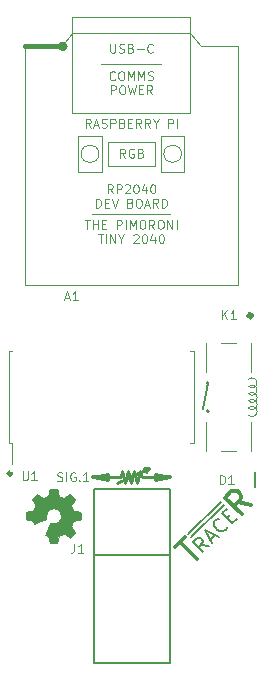
<source format=gbr>
%TF.GenerationSoftware,KiCad,Pcbnew,(5.1.9-0-10_14)*%
%TF.CreationDate,2021-05-20T16:30:14+09:00*%
%TF.ProjectId,tracer,74726163-6572-42e6-9b69-6361645f7063,rev?*%
%TF.SameCoordinates,Original*%
%TF.FileFunction,Legend,Top*%
%TF.FilePolarity,Positive*%
%FSLAX46Y46*%
G04 Gerber Fmt 4.6, Leading zero omitted, Abs format (unit mm)*
G04 Created by KiCad (PCBNEW (5.1.9-0-10_14)) date 2021-05-20 16:30:14*
%MOMM*%
%LPD*%
G01*
G04 APERTURE LIST*
%ADD10C,0.125000*%
%ADD11C,0.350000*%
%ADD12C,0.200000*%
%ADD13C,0.300000*%
%ADD14C,0.250000*%
%ADD15C,0.120000*%
%ADD16C,0.400000*%
%ADD17C,0.010000*%
%ADD18C,0.100000*%
%ADD19C,0.450000*%
%ADD20C,0.150000*%
G04 APERTURE END LIST*
D10*
X-6256571Y7760928D02*
X-6149428Y7725214D01*
X-5970857Y7725214D01*
X-5899428Y7760928D01*
X-5863714Y7796642D01*
X-5828000Y7868071D01*
X-5828000Y7939500D01*
X-5863714Y8010928D01*
X-5899428Y8046642D01*
X-5970857Y8082357D01*
X-6113714Y8118071D01*
X-6185142Y8153785D01*
X-6220857Y8189500D01*
X-6256571Y8260928D01*
X-6256571Y8332357D01*
X-6220857Y8403785D01*
X-6185142Y8439500D01*
X-6113714Y8475214D01*
X-5935142Y8475214D01*
X-5828000Y8439500D01*
X-5506571Y7725214D02*
X-5506571Y8475214D01*
X-4756571Y8439500D02*
X-4828000Y8475214D01*
X-4935142Y8475214D01*
X-5042285Y8439500D01*
X-5113714Y8368071D01*
X-5149428Y8296642D01*
X-5185142Y8153785D01*
X-5185142Y8046642D01*
X-5149428Y7903785D01*
X-5113714Y7832357D01*
X-5042285Y7760928D01*
X-4935142Y7725214D01*
X-4863714Y7725214D01*
X-4756571Y7760928D01*
X-4720857Y7796642D01*
X-4720857Y8046642D01*
X-4863714Y8046642D01*
X-4399428Y7796642D02*
X-4363714Y7760928D01*
X-4399428Y7725214D01*
X-4435142Y7760928D01*
X-4399428Y7796642D01*
X-4399428Y7725214D01*
X-3649428Y7725214D02*
X-4077999Y7725214D01*
X-3863714Y7725214D02*
X-3863714Y8475214D01*
X-3935142Y8368071D01*
X-4006571Y8296642D01*
X-4077999Y8260928D01*
D11*
X-10160000Y8353000D02*
G75*
G03*
X-10160000Y8353000I-127000J0D01*
G01*
D12*
X4826000Y3238500D02*
X7556500Y5969000D01*
X7810500Y5715000D02*
X5080000Y2984500D01*
D13*
X3710988Y2148389D02*
X4519110Y2956511D01*
X5529263Y1138236D02*
X4115049Y2552450D01*
X10157996Y5703469D02*
X9013156Y5905499D01*
X9349874Y4895347D02*
X7935660Y6309561D01*
X8474408Y6848309D01*
X8676438Y6915652D01*
X8811125Y6915652D01*
X9013156Y6848309D01*
X9215187Y6646278D01*
X9282530Y6444248D01*
X9282530Y6309561D01*
X9215187Y6107530D01*
X8676438Y5568782D01*
D12*
X6586720Y2199504D02*
X5899816Y2320723D01*
X6101847Y1714631D02*
X5253319Y2563159D01*
X5576568Y2886408D01*
X5697786Y2926814D01*
X5778598Y2926814D01*
X5899816Y2886408D01*
X6021035Y2765190D01*
X6061441Y2643971D01*
X6061441Y2563159D01*
X6021035Y2441941D01*
X5697786Y2118692D01*
X6667532Y2765190D02*
X7071593Y3169251D01*
X6829157Y2441941D02*
X6263471Y3573312D01*
X7394842Y3007626D01*
X8081746Y3856154D02*
X8081746Y3775342D01*
X8000934Y3613718D01*
X7920122Y3532906D01*
X7758497Y3452093D01*
X7596873Y3452093D01*
X7475654Y3492500D01*
X7273624Y3613718D01*
X7152406Y3734936D01*
X7031187Y3936967D01*
X6990781Y4058185D01*
X6990781Y4219809D01*
X7071593Y4381434D01*
X7152406Y4462246D01*
X7314030Y4543058D01*
X7394842Y4543058D01*
X8081746Y4583464D02*
X8364589Y4866307D01*
X8930274Y4543058D02*
X8526213Y4138997D01*
X7677685Y4987525D01*
X8081746Y5391586D01*
%TO.C,J1*%
X3300000Y7050000D02*
X-3200000Y7050000D01*
X3300000Y-7655000D02*
X3300000Y7050000D01*
X-3200000Y1450000D02*
X3300000Y1450000D01*
X-3200000Y7050000D02*
X-3200000Y-7650000D01*
X-3200000Y-7650000D02*
X3300000Y-7650000D01*
D14*
X3250000Y8075000D02*
X2000000Y8325000D01*
X2000000Y7775000D02*
X2000000Y8325000D01*
X-2000000Y8325000D02*
X-2000000Y7775000D01*
X-2000000Y8325000D02*
X-3250000Y8075000D01*
X-3250000Y8025000D02*
X-2000000Y7775000D01*
D13*
X-3250000Y8050000D02*
X-2000000Y8050000D01*
D14*
X2000000Y7775000D02*
X3250000Y8025000D01*
X-2000000Y8050000D02*
X-900000Y8050000D01*
X900000Y8050000D02*
X2000000Y8050000D01*
X-900000Y8050000D02*
X-750000Y8550000D01*
X-750000Y8550000D02*
X-500000Y7550000D01*
X-250000Y8550000D02*
X0Y7550000D01*
X-500000Y7550000D02*
X-250000Y8550000D01*
X750000Y8550000D02*
X900000Y8050000D01*
X250000Y8550000D02*
X500000Y7550000D01*
X500000Y7550000D02*
X750000Y8550000D01*
X0Y7550000D02*
X250000Y8550000D01*
D13*
X2000000Y8050000D02*
X3250000Y8050000D01*
D14*
X-1250000Y7550000D02*
X1500000Y8800000D01*
X1100000Y8800000D02*
X1500000Y8800000D01*
X1500000Y8800000D02*
X1250000Y8500000D01*
X1100000Y8800000D02*
X1250000Y8500000D01*
D15*
%TO.C,A1*%
X-2540000Y43053000D02*
X2540000Y43053000D01*
X-3300000Y30353000D02*
X3300000Y30353000D01*
X-9000000Y24317000D02*
X-9000000Y44517000D01*
X9000000Y24317000D02*
X-9000000Y24317000D01*
X9000000Y44517000D02*
X9000000Y24327000D01*
D16*
X-9000000Y44517000D02*
X-5900000Y44517000D01*
X-5600000Y44517000D02*
G75*
G03*
X-5600000Y44517000I-200000J0D01*
G01*
D15*
X-5000000Y47017000D02*
X5000000Y47017000D01*
X-5900000Y44517000D02*
X-5000000Y45617000D01*
X5900000Y44517000D02*
X5000000Y45617000D01*
X5900000Y44517000D02*
X9000000Y44517000D01*
X-5000000Y38917000D02*
X5000000Y38917000D01*
X-5000000Y38917000D02*
X-5000000Y47017000D01*
X5000000Y38917000D02*
X5000000Y47017000D01*
X-4500000Y36925000D02*
X-2500000Y36925000D01*
X-2500000Y36925000D02*
X-2500000Y33925000D01*
X-2500000Y33925000D02*
X-4500000Y33925000D01*
X-4500000Y33925000D02*
X-4500000Y36925000D01*
X-2750000Y35425000D02*
G75*
G03*
X-2750000Y35425000I-750000J0D01*
G01*
X4500000Y36925000D02*
X4500000Y33925000D01*
X4250000Y35425000D02*
G75*
G03*
X4250000Y35425000I-750000J0D01*
G01*
X4500000Y33925000D02*
X2500000Y33925000D01*
X2500000Y33925000D02*
X2500000Y36925000D01*
X2500000Y36925000D02*
X4500000Y36925000D01*
X-2000000Y36425000D02*
X2000000Y36425000D01*
X2000000Y36425000D02*
X2000000Y34425000D01*
X2000000Y34425000D02*
X-2000000Y34425000D01*
X-2000000Y34425000D02*
X-2000000Y36425000D01*
X-5000000Y45617000D02*
X5000000Y45617000D01*
D17*
%TO.C,LOGO1*%
G36*
X-4898070Y6321479D02*
G01*
X-4842835Y6265636D01*
X-4803463Y6224618D01*
X-4777624Y6195576D01*
X-4762987Y6175659D01*
X-4757219Y6162019D01*
X-4757989Y6151805D01*
X-4762964Y6142169D01*
X-4763684Y6140996D01*
X-4777211Y6120390D01*
X-4804332Y6080163D01*
X-4842146Y6024583D01*
X-4887748Y5957915D01*
X-4938239Y5884424D01*
X-4940014Y5881845D01*
X-4989245Y5809575D01*
X-5032142Y5745123D01*
X-5066182Y5692403D01*
X-5088840Y5655329D01*
X-5097594Y5637816D01*
X-5097618Y5637375D01*
X-5091129Y5618061D01*
X-5075217Y5580775D01*
X-5053318Y5533568D01*
X-5053193Y5533307D01*
X-5026030Y5473426D01*
X-4995559Y5401276D01*
X-4968146Y5331957D01*
X-4966893Y5328632D01*
X-4923870Y5214100D01*
X-4630305Y5158783D01*
X-4540478Y5141585D01*
X-4459537Y5125576D01*
X-4392138Y5111718D01*
X-4342937Y5100974D01*
X-4316587Y5094304D01*
X-4314289Y5093466D01*
X-4305540Y5078218D01*
X-4298808Y5040132D01*
X-4293958Y4977594D01*
X-4290856Y4888990D01*
X-4289528Y4796698D01*
X-4289223Y4706753D01*
X-4289735Y4625468D01*
X-4290971Y4557798D01*
X-4292835Y4508701D01*
X-4295234Y4483135D01*
X-4295523Y4481985D01*
X-4303838Y4471109D01*
X-4324332Y4460262D01*
X-4360315Y4448523D01*
X-4415094Y4434964D01*
X-4491978Y4418662D01*
X-4592339Y4399063D01*
X-4680969Y4382108D01*
X-4760355Y4366793D01*
X-4825894Y4354019D01*
X-4872989Y4344681D01*
X-4897037Y4339679D01*
X-4898622Y4339292D01*
X-4911377Y4324213D01*
X-4929614Y4288349D01*
X-4949974Y4238569D01*
X-4955931Y4222127D01*
X-4982950Y4149356D01*
X-5015158Y4068338D01*
X-5044318Y3999527D01*
X-5066389Y3948885D01*
X-5082672Y3909908D01*
X-5090555Y3888911D01*
X-5090852Y3886983D01*
X-5080636Y3873080D01*
X-5057259Y3839603D01*
X-5023782Y3791050D01*
X-4983265Y3731920D01*
X-4938771Y3666710D01*
X-4893360Y3599922D01*
X-4850092Y3536050D01*
X-4812029Y3479597D01*
X-4782231Y3435058D01*
X-4763759Y3406935D01*
X-4759409Y3399857D01*
X-4756874Y3390586D01*
X-4760024Y3378525D01*
X-4771226Y3360904D01*
X-4792847Y3334957D01*
X-4827253Y3297916D01*
X-4876812Y3247013D01*
X-4943889Y3179480D01*
X-4971466Y3151879D01*
X-5195836Y2927509D01*
X-5260352Y2970756D01*
X-5296096Y2994966D01*
X-5349247Y3031282D01*
X-5413350Y3075279D01*
X-5481949Y3122531D01*
X-5500891Y3135611D01*
X-5564737Y3178671D01*
X-5621521Y3215017D01*
X-5666392Y3241687D01*
X-5694492Y3255720D01*
X-5700097Y3257132D01*
X-5723560Y3250902D01*
X-5764683Y3234490D01*
X-5815405Y3211170D01*
X-5826097Y3205913D01*
X-5893497Y3174427D01*
X-5971573Y3140929D01*
X-6043483Y3112645D01*
X-6043824Y3112519D01*
X-6158734Y3070257D01*
X-6214997Y2775060D01*
X-6271259Y2479863D01*
X-6578291Y2479606D01*
X-6670411Y2480272D01*
X-6753035Y2482275D01*
X-6821632Y2485395D01*
X-6871676Y2489404D01*
X-6898638Y2494080D01*
X-6901614Y2495642D01*
X-6909368Y2514531D01*
X-6921074Y2557196D01*
X-6935598Y2618828D01*
X-6951803Y2694623D01*
X-6968171Y2777725D01*
X-6984613Y2862237D01*
X-7000003Y2936857D01*
X-7013304Y2996908D01*
X-7023481Y3037707D01*
X-7029458Y3054538D01*
X-7047965Y3063861D01*
X-7086450Y3078145D01*
X-7136959Y3094464D01*
X-7142401Y3096105D01*
X-7209964Y3118536D01*
X-7251887Y3138323D01*
X-7271195Y3157396D01*
X-7270915Y3177680D01*
X-7270828Y3177882D01*
X-7263651Y3195059D01*
X-7246668Y3235889D01*
X-7221193Y3297210D01*
X-7188537Y3375862D01*
X-7150015Y3468680D01*
X-7106939Y3572505D01*
X-7065241Y3673035D01*
X-7019089Y3783841D01*
X-6976072Y3886224D01*
X-6937528Y3977063D01*
X-6904794Y4053243D01*
X-6879210Y4111644D01*
X-6862116Y4149147D01*
X-6855072Y4162480D01*
X-6835499Y4166281D01*
X-6796244Y4164279D01*
X-6748199Y4157308D01*
X-6604916Y4143917D01*
X-6469240Y4157130D01*
X-6343476Y4196111D01*
X-6229922Y4260027D01*
X-6130883Y4348045D01*
X-6091720Y4395220D01*
X-6023981Y4506608D01*
X-5982477Y4623289D01*
X-5965657Y4742149D01*
X-5971968Y4860077D01*
X-5999861Y4973962D01*
X-6047783Y5080691D01*
X-6114183Y5177156D01*
X-6197510Y5260242D01*
X-6296213Y5326839D01*
X-6408741Y5373836D01*
X-6533542Y5398122D01*
X-6593079Y5400811D01*
X-6725737Y5387497D01*
X-6847044Y5349286D01*
X-6954950Y5288781D01*
X-7047407Y5208583D01*
X-7122368Y5111295D01*
X-7177782Y4999517D01*
X-7211603Y4875853D01*
X-7221782Y4742901D01*
X-7209192Y4618301D01*
X-7202027Y4568320D01*
X-7200268Y4529711D01*
X-7204037Y4511410D01*
X-7219875Y4503181D01*
X-7259444Y4485252D01*
X-7319622Y4458963D01*
X-7397294Y4425651D01*
X-7489341Y4386655D01*
X-7592643Y4343315D01*
X-7693564Y4301324D01*
X-7804618Y4255285D01*
X-7907514Y4212611D01*
X-7999091Y4174612D01*
X-8076188Y4142602D01*
X-8135645Y4117891D01*
X-8174298Y4101796D01*
X-8188699Y4095753D01*
X-8208955Y4095242D01*
X-8228023Y4114370D01*
X-8247810Y4156138D01*
X-8270231Y4223553D01*
X-8270395Y4224099D01*
X-8286756Y4275377D01*
X-8301377Y4315433D01*
X-8311332Y4336311D01*
X-8311962Y4337042D01*
X-8329107Y4343107D01*
X-8370134Y4353322D01*
X-8430363Y4366651D01*
X-8505112Y4382056D01*
X-8588775Y4398329D01*
X-8673764Y4415084D01*
X-8749284Y4431264D01*
X-8810530Y4445734D01*
X-8852696Y4457362D01*
X-8870859Y4464887D01*
X-8875695Y4483703D01*
X-8879935Y4527020D01*
X-8883357Y4590307D01*
X-8885734Y4669038D01*
X-8886843Y4758685D01*
X-8886893Y4788314D01*
X-8886637Y5095452D01*
X-8598441Y5150065D01*
X-8510310Y5167207D01*
X-8431918Y5183297D01*
X-8367748Y5197343D01*
X-8322286Y5208359D01*
X-8300015Y5215352D01*
X-8298750Y5216170D01*
X-8288984Y5233989D01*
X-8272071Y5272564D01*
X-8250785Y5325371D01*
X-8237045Y5361235D01*
X-8210245Y5429404D01*
X-8181751Y5496855D01*
X-8156318Y5552491D01*
X-8148074Y5568941D01*
X-8126754Y5613572D01*
X-8112667Y5650444D01*
X-8109296Y5666331D01*
X-8117212Y5686035D01*
X-8138999Y5724530D01*
X-8171690Y5776959D01*
X-8212323Y5838464D01*
X-8230889Y5865609D01*
X-8278262Y5934312D01*
X-8323604Y6000307D01*
X-8362492Y6057141D01*
X-8390502Y6098356D01*
X-8395744Y6106148D01*
X-8438991Y6170664D01*
X-8214621Y6395034D01*
X-8140722Y6468692D01*
X-8084406Y6524015D01*
X-8042903Y6563370D01*
X-8013450Y6589126D01*
X-7993275Y6603648D01*
X-7979612Y6609303D01*
X-7969693Y6608458D01*
X-7966643Y6607091D01*
X-7950342Y6596756D01*
X-7914967Y6573285D01*
X-7865014Y6539739D01*
X-7804986Y6499179D01*
X-7739379Y6454665D01*
X-7672691Y6409258D01*
X-7609424Y6366020D01*
X-7554073Y6328012D01*
X-7511138Y6298293D01*
X-7485117Y6279924D01*
X-7479517Y6275648D01*
X-7466192Y6280026D01*
X-7432707Y6293705D01*
X-7385378Y6314073D01*
X-7366974Y6322183D01*
X-7294993Y6352639D01*
X-7213959Y6384777D01*
X-7144374Y6410569D01*
X-7091797Y6430922D01*
X-7051115Y6450166D01*
X-7029187Y6464938D01*
X-7027297Y6467967D01*
X-7023249Y6487141D01*
X-7014695Y6530232D01*
X-7002529Y6592637D01*
X-6987648Y6669755D01*
X-6970951Y6756979D01*
X-6967666Y6774209D01*
X-6947813Y6875895D01*
X-6931615Y6952247D01*
X-6918141Y7006595D01*
X-6906460Y7042267D01*
X-6895640Y7062595D01*
X-6884750Y7070907D01*
X-6884656Y7070935D01*
X-6861899Y7073399D01*
X-6815076Y7075338D01*
X-6749148Y7076655D01*
X-6669076Y7077257D01*
X-6579817Y7077047D01*
X-6569803Y7076972D01*
X-6458833Y7075190D01*
X-6375241Y7071769D01*
X-6317411Y7066576D01*
X-6283731Y7059476D01*
X-6273034Y7052211D01*
X-6267410Y7031621D01*
X-6257495Y6987136D01*
X-6244252Y6923411D01*
X-6228641Y6845101D01*
X-6211626Y6756860D01*
X-6207717Y6736195D01*
X-6152400Y6442631D01*
X-6037868Y6399607D01*
X-5969125Y6372536D01*
X-5896744Y6342067D01*
X-5835827Y6314567D01*
X-5833193Y6313307D01*
X-5785955Y6291385D01*
X-5748596Y6275433D01*
X-5729166Y6268886D01*
X-5729126Y6268883D01*
X-5713360Y6276405D01*
X-5677718Y6298036D01*
X-5626114Y6331252D01*
X-5562463Y6373528D01*
X-5490678Y6422342D01*
X-5484655Y6426486D01*
X-5411006Y6477091D01*
X-5344035Y6522909D01*
X-5288006Y6561037D01*
X-5247185Y6588571D01*
X-5225837Y6602610D01*
X-5225504Y6602816D01*
X-5215753Y6608119D01*
X-5205746Y6609478D01*
X-5192634Y6604561D01*
X-5173565Y6591036D01*
X-5145690Y6566572D01*
X-5106160Y6528837D01*
X-5052125Y6475501D01*
X-4980734Y6404230D01*
X-4971502Y6394998D01*
X-4898070Y6321479D01*
G37*
X-4898070Y6321479D02*
X-4842835Y6265636D01*
X-4803463Y6224618D01*
X-4777624Y6195576D01*
X-4762987Y6175659D01*
X-4757219Y6162019D01*
X-4757989Y6151805D01*
X-4762964Y6142169D01*
X-4763684Y6140996D01*
X-4777211Y6120390D01*
X-4804332Y6080163D01*
X-4842146Y6024583D01*
X-4887748Y5957915D01*
X-4938239Y5884424D01*
X-4940014Y5881845D01*
X-4989245Y5809575D01*
X-5032142Y5745123D01*
X-5066182Y5692403D01*
X-5088840Y5655329D01*
X-5097594Y5637816D01*
X-5097618Y5637375D01*
X-5091129Y5618061D01*
X-5075217Y5580775D01*
X-5053318Y5533568D01*
X-5053193Y5533307D01*
X-5026030Y5473426D01*
X-4995559Y5401276D01*
X-4968146Y5331957D01*
X-4966893Y5328632D01*
X-4923870Y5214100D01*
X-4630305Y5158783D01*
X-4540478Y5141585D01*
X-4459537Y5125576D01*
X-4392138Y5111718D01*
X-4342937Y5100974D01*
X-4316587Y5094304D01*
X-4314289Y5093466D01*
X-4305540Y5078218D01*
X-4298808Y5040132D01*
X-4293958Y4977594D01*
X-4290856Y4888990D01*
X-4289528Y4796698D01*
X-4289223Y4706753D01*
X-4289735Y4625468D01*
X-4290971Y4557798D01*
X-4292835Y4508701D01*
X-4295234Y4483135D01*
X-4295523Y4481985D01*
X-4303838Y4471109D01*
X-4324332Y4460262D01*
X-4360315Y4448523D01*
X-4415094Y4434964D01*
X-4491978Y4418662D01*
X-4592339Y4399063D01*
X-4680969Y4382108D01*
X-4760355Y4366793D01*
X-4825894Y4354019D01*
X-4872989Y4344681D01*
X-4897037Y4339679D01*
X-4898622Y4339292D01*
X-4911377Y4324213D01*
X-4929614Y4288349D01*
X-4949974Y4238569D01*
X-4955931Y4222127D01*
X-4982950Y4149356D01*
X-5015158Y4068338D01*
X-5044318Y3999527D01*
X-5066389Y3948885D01*
X-5082672Y3909908D01*
X-5090555Y3888911D01*
X-5090852Y3886983D01*
X-5080636Y3873080D01*
X-5057259Y3839603D01*
X-5023782Y3791050D01*
X-4983265Y3731920D01*
X-4938771Y3666710D01*
X-4893360Y3599922D01*
X-4850092Y3536050D01*
X-4812029Y3479597D01*
X-4782231Y3435058D01*
X-4763759Y3406935D01*
X-4759409Y3399857D01*
X-4756874Y3390586D01*
X-4760024Y3378525D01*
X-4771226Y3360904D01*
X-4792847Y3334957D01*
X-4827253Y3297916D01*
X-4876812Y3247013D01*
X-4943889Y3179480D01*
X-4971466Y3151879D01*
X-5195836Y2927509D01*
X-5260352Y2970756D01*
X-5296096Y2994966D01*
X-5349247Y3031282D01*
X-5413350Y3075279D01*
X-5481949Y3122531D01*
X-5500891Y3135611D01*
X-5564737Y3178671D01*
X-5621521Y3215017D01*
X-5666392Y3241687D01*
X-5694492Y3255720D01*
X-5700097Y3257132D01*
X-5723560Y3250902D01*
X-5764683Y3234490D01*
X-5815405Y3211170D01*
X-5826097Y3205913D01*
X-5893497Y3174427D01*
X-5971573Y3140929D01*
X-6043483Y3112645D01*
X-6043824Y3112519D01*
X-6158734Y3070257D01*
X-6214997Y2775060D01*
X-6271259Y2479863D01*
X-6578291Y2479606D01*
X-6670411Y2480272D01*
X-6753035Y2482275D01*
X-6821632Y2485395D01*
X-6871676Y2489404D01*
X-6898638Y2494080D01*
X-6901614Y2495642D01*
X-6909368Y2514531D01*
X-6921074Y2557196D01*
X-6935598Y2618828D01*
X-6951803Y2694623D01*
X-6968171Y2777725D01*
X-6984613Y2862237D01*
X-7000003Y2936857D01*
X-7013304Y2996908D01*
X-7023481Y3037707D01*
X-7029458Y3054538D01*
X-7047965Y3063861D01*
X-7086450Y3078145D01*
X-7136959Y3094464D01*
X-7142401Y3096105D01*
X-7209964Y3118536D01*
X-7251887Y3138323D01*
X-7271195Y3157396D01*
X-7270915Y3177680D01*
X-7270828Y3177882D01*
X-7263651Y3195059D01*
X-7246668Y3235889D01*
X-7221193Y3297210D01*
X-7188537Y3375862D01*
X-7150015Y3468680D01*
X-7106939Y3572505D01*
X-7065241Y3673035D01*
X-7019089Y3783841D01*
X-6976072Y3886224D01*
X-6937528Y3977063D01*
X-6904794Y4053243D01*
X-6879210Y4111644D01*
X-6862116Y4149147D01*
X-6855072Y4162480D01*
X-6835499Y4166281D01*
X-6796244Y4164279D01*
X-6748199Y4157308D01*
X-6604916Y4143917D01*
X-6469240Y4157130D01*
X-6343476Y4196111D01*
X-6229922Y4260027D01*
X-6130883Y4348045D01*
X-6091720Y4395220D01*
X-6023981Y4506608D01*
X-5982477Y4623289D01*
X-5965657Y4742149D01*
X-5971968Y4860077D01*
X-5999861Y4973962D01*
X-6047783Y5080691D01*
X-6114183Y5177156D01*
X-6197510Y5260242D01*
X-6296213Y5326839D01*
X-6408741Y5373836D01*
X-6533542Y5398122D01*
X-6593079Y5400811D01*
X-6725737Y5387497D01*
X-6847044Y5349286D01*
X-6954950Y5288781D01*
X-7047407Y5208583D01*
X-7122368Y5111295D01*
X-7177782Y4999517D01*
X-7211603Y4875853D01*
X-7221782Y4742901D01*
X-7209192Y4618301D01*
X-7202027Y4568320D01*
X-7200268Y4529711D01*
X-7204037Y4511410D01*
X-7219875Y4503181D01*
X-7259444Y4485252D01*
X-7319622Y4458963D01*
X-7397294Y4425651D01*
X-7489341Y4386655D01*
X-7592643Y4343315D01*
X-7693564Y4301324D01*
X-7804618Y4255285D01*
X-7907514Y4212611D01*
X-7999091Y4174612D01*
X-8076188Y4142602D01*
X-8135645Y4117891D01*
X-8174298Y4101796D01*
X-8188699Y4095753D01*
X-8208955Y4095242D01*
X-8228023Y4114370D01*
X-8247810Y4156138D01*
X-8270231Y4223553D01*
X-8270395Y4224099D01*
X-8286756Y4275377D01*
X-8301377Y4315433D01*
X-8311332Y4336311D01*
X-8311962Y4337042D01*
X-8329107Y4343107D01*
X-8370134Y4353322D01*
X-8430363Y4366651D01*
X-8505112Y4382056D01*
X-8588775Y4398329D01*
X-8673764Y4415084D01*
X-8749284Y4431264D01*
X-8810530Y4445734D01*
X-8852696Y4457362D01*
X-8870859Y4464887D01*
X-8875695Y4483703D01*
X-8879935Y4527020D01*
X-8883357Y4590307D01*
X-8885734Y4669038D01*
X-8886843Y4758685D01*
X-8886893Y4788314D01*
X-8886637Y5095452D01*
X-8598441Y5150065D01*
X-8510310Y5167207D01*
X-8431918Y5183297D01*
X-8367748Y5197343D01*
X-8322286Y5208359D01*
X-8300015Y5215352D01*
X-8298750Y5216170D01*
X-8288984Y5233989D01*
X-8272071Y5272564D01*
X-8250785Y5325371D01*
X-8237045Y5361235D01*
X-8210245Y5429404D01*
X-8181751Y5496855D01*
X-8156318Y5552491D01*
X-8148074Y5568941D01*
X-8126754Y5613572D01*
X-8112667Y5650444D01*
X-8109296Y5666331D01*
X-8117212Y5686035D01*
X-8138999Y5724530D01*
X-8171690Y5776959D01*
X-8212323Y5838464D01*
X-8230889Y5865609D01*
X-8278262Y5934312D01*
X-8323604Y6000307D01*
X-8362492Y6057141D01*
X-8390502Y6098356D01*
X-8395744Y6106148D01*
X-8438991Y6170664D01*
X-8214621Y6395034D01*
X-8140722Y6468692D01*
X-8084406Y6524015D01*
X-8042903Y6563370D01*
X-8013450Y6589126D01*
X-7993275Y6603648D01*
X-7979612Y6609303D01*
X-7969693Y6608458D01*
X-7966643Y6607091D01*
X-7950342Y6596756D01*
X-7914967Y6573285D01*
X-7865014Y6539739D01*
X-7804986Y6499179D01*
X-7739379Y6454665D01*
X-7672691Y6409258D01*
X-7609424Y6366020D01*
X-7554073Y6328012D01*
X-7511138Y6298293D01*
X-7485117Y6279924D01*
X-7479517Y6275648D01*
X-7466192Y6280026D01*
X-7432707Y6293705D01*
X-7385378Y6314073D01*
X-7366974Y6322183D01*
X-7294993Y6352639D01*
X-7213959Y6384777D01*
X-7144374Y6410569D01*
X-7091797Y6430922D01*
X-7051115Y6450166D01*
X-7029187Y6464938D01*
X-7027297Y6467967D01*
X-7023249Y6487141D01*
X-7014695Y6530232D01*
X-7002529Y6592637D01*
X-6987648Y6669755D01*
X-6970951Y6756979D01*
X-6967666Y6774209D01*
X-6947813Y6875895D01*
X-6931615Y6952247D01*
X-6918141Y7006595D01*
X-6906460Y7042267D01*
X-6895640Y7062595D01*
X-6884750Y7070907D01*
X-6884656Y7070935D01*
X-6861899Y7073399D01*
X-6815076Y7075338D01*
X-6749148Y7076655D01*
X-6669076Y7077257D01*
X-6579817Y7077047D01*
X-6569803Y7076972D01*
X-6458833Y7075190D01*
X-6375241Y7071769D01*
X-6317411Y7066576D01*
X-6283731Y7059476D01*
X-6273034Y7052211D01*
X-6267410Y7031621D01*
X-6257495Y6987136D01*
X-6244252Y6923411D01*
X-6228641Y6845101D01*
X-6211626Y6756860D01*
X-6207717Y6736195D01*
X-6152400Y6442631D01*
X-6037868Y6399607D01*
X-5969125Y6372536D01*
X-5896744Y6342067D01*
X-5835827Y6314567D01*
X-5833193Y6313307D01*
X-5785955Y6291385D01*
X-5748596Y6275433D01*
X-5729166Y6268886D01*
X-5729126Y6268883D01*
X-5713360Y6276405D01*
X-5677718Y6298036D01*
X-5626114Y6331252D01*
X-5562463Y6373528D01*
X-5490678Y6422342D01*
X-5484655Y6426486D01*
X-5411006Y6477091D01*
X-5344035Y6522909D01*
X-5288006Y6561037D01*
X-5247185Y6588571D01*
X-5225837Y6602610D01*
X-5225504Y6602816D01*
X-5215753Y6608119D01*
X-5205746Y6609478D01*
X-5192634Y6604561D01*
X-5173565Y6591036D01*
X-5145690Y6566572D01*
X-5106160Y6528837D01*
X-5052125Y6475501D01*
X-4980734Y6404230D01*
X-4971502Y6394998D01*
X-4898070Y6321479D01*
D18*
%TO.C,K1*%
X9919999Y16329999D02*
G75*
G02*
X9919999Y15730001I299999J-299999D01*
G01*
X9920000Y13902998D02*
G75*
G02*
X9920000Y13303000I299999J-299999D01*
G01*
X9919999Y14503000D02*
G75*
G02*
X9919999Y13903002I299999J-299999D01*
G01*
X9920000Y15102998D02*
G75*
G02*
X9920000Y14503000I299999J-299999D01*
G01*
X9919999Y15703000D02*
G75*
G02*
X9919999Y15103002I299999J-299999D01*
G01*
D15*
X6355000Y12730000D02*
X6359801Y10230000D01*
X10160000Y16989000D02*
X10155000Y19430000D01*
X6355000Y19430000D02*
X6355000Y16930000D01*
D19*
X10205000Y21730000D02*
G75*
G03*
X10205000Y21730000I-150000J0D01*
G01*
D15*
X8890000Y19430000D02*
X7620000Y19430000D01*
X8890000Y10230000D02*
X7620000Y10230000D01*
D20*
X6459800Y16030000D02*
X6055000Y13830000D01*
D12*
X6559802Y13630000D02*
G75*
G03*
X6559802Y13630000I-100001J0D01*
G01*
X6559802Y16030000D02*
G75*
G03*
X6559802Y16030000I-100001J0D01*
G01*
D15*
X10155000Y10230000D02*
X10155000Y12730000D01*
D12*
%TO.C,D1*%
X10495000Y7245000D02*
X10495000Y8445000D01*
D15*
%TO.C,U1*%
X5270000Y14830000D02*
X5270000Y18690000D01*
X5270000Y18690000D02*
X5005000Y18690000D01*
X5270000Y14830000D02*
X5270000Y10970000D01*
X5270000Y10970000D02*
X5005000Y10970000D01*
X-10350000Y14830000D02*
X-10350000Y18690000D01*
X-10350000Y18690000D02*
X-10085000Y18690000D01*
X-10350000Y14830000D02*
X-10350000Y10970000D01*
X-10350000Y10970000D02*
X-10085000Y10970000D01*
X-10085000Y10970000D02*
X-10085000Y9155000D01*
%TO.C,J1*%
D10*
X-4822000Y2413714D02*
X-4822000Y1878000D01*
X-4857714Y1770857D01*
X-4929142Y1699428D01*
X-5036285Y1663714D01*
X-5107714Y1663714D01*
X-4072000Y1663714D02*
X-4500571Y1663714D01*
X-4286285Y1663714D02*
X-4286285Y2413714D01*
X-4357714Y2306571D01*
X-4429142Y2235142D01*
X-4500571Y2199428D01*
%TO.C,A1*%
X-5615714Y23243000D02*
X-5258571Y23243000D01*
X-5687142Y23028714D02*
X-5437142Y23778714D01*
X-5187142Y23028714D01*
X-4544285Y23028714D02*
X-4972857Y23028714D01*
X-4758571Y23028714D02*
X-4758571Y23778714D01*
X-4830000Y23671571D01*
X-4901428Y23600142D01*
X-4972857Y23564428D01*
X-1375000Y41749142D02*
X-1410714Y41713428D01*
X-1517857Y41677714D01*
X-1589285Y41677714D01*
X-1696428Y41713428D01*
X-1767857Y41784857D01*
X-1803571Y41856285D01*
X-1839285Y41999142D01*
X-1839285Y42106285D01*
X-1803571Y42249142D01*
X-1767857Y42320571D01*
X-1696428Y42392000D01*
X-1589285Y42427714D01*
X-1517857Y42427714D01*
X-1410714Y42392000D01*
X-1375000Y42356285D01*
X-910714Y42427714D02*
X-767857Y42427714D01*
X-696428Y42392000D01*
X-625000Y42320571D01*
X-589285Y42177714D01*
X-589285Y41927714D01*
X-625000Y41784857D01*
X-696428Y41713428D01*
X-767857Y41677714D01*
X-910714Y41677714D01*
X-982142Y41713428D01*
X-1053571Y41784857D01*
X-1089285Y41927714D01*
X-1089285Y42177714D01*
X-1053571Y42320571D01*
X-982142Y42392000D01*
X-910714Y42427714D01*
X-267857Y41677714D02*
X-267857Y42427714D01*
X-17857Y41892000D01*
X232142Y42427714D01*
X232142Y41677714D01*
X589285Y41677714D02*
X589285Y42427714D01*
X839285Y41892000D01*
X1089285Y42427714D01*
X1089285Y41677714D01*
X1410714Y41713428D02*
X1517857Y41677714D01*
X1696428Y41677714D01*
X1767857Y41713428D01*
X1803571Y41749142D01*
X1839285Y41820571D01*
X1839285Y41892000D01*
X1803571Y41963428D01*
X1767857Y41999142D01*
X1696428Y42034857D01*
X1553571Y42070571D01*
X1482142Y42106285D01*
X1446428Y42142000D01*
X1410714Y42213428D01*
X1410714Y42284857D01*
X1446428Y42356285D01*
X1482142Y42392000D01*
X1553571Y42427714D01*
X1732142Y42427714D01*
X1839285Y42392000D01*
X-1732142Y40477714D02*
X-1732142Y41227714D01*
X-1446428Y41227714D01*
X-1375000Y41192000D01*
X-1339285Y41156285D01*
X-1303571Y41084857D01*
X-1303571Y40977714D01*
X-1339285Y40906285D01*
X-1375000Y40870571D01*
X-1446428Y40834857D01*
X-1732142Y40834857D01*
X-839285Y41227714D02*
X-696428Y41227714D01*
X-625000Y41192000D01*
X-553571Y41120571D01*
X-517857Y40977714D01*
X-517857Y40727714D01*
X-553571Y40584857D01*
X-625000Y40513428D01*
X-696428Y40477714D01*
X-839285Y40477714D01*
X-910714Y40513428D01*
X-982142Y40584857D01*
X-1017857Y40727714D01*
X-1017857Y40977714D01*
X-982142Y41120571D01*
X-910714Y41192000D01*
X-839285Y41227714D01*
X-267857Y41227714D02*
X-89285Y40477714D01*
X53571Y41013428D01*
X196428Y40477714D01*
X374999Y41227714D01*
X660714Y40870571D02*
X910714Y40870571D01*
X1017857Y40477714D02*
X660714Y40477714D01*
X660714Y41227714D01*
X1017857Y41227714D01*
X1767857Y40477714D02*
X1517857Y40834857D01*
X1339285Y40477714D02*
X1339285Y41227714D01*
X1624999Y41227714D01*
X1696428Y41192000D01*
X1732142Y41156285D01*
X1767857Y41084857D01*
X1767857Y40977714D01*
X1732142Y40906285D01*
X1696428Y40870571D01*
X1624999Y40834857D01*
X1339285Y40834857D01*
X-1785714Y44727714D02*
X-1785714Y44120571D01*
X-1749999Y44049142D01*
X-1714285Y44013428D01*
X-1642857Y43977714D01*
X-1499999Y43977714D01*
X-1428571Y44013428D01*
X-1392857Y44049142D01*
X-1357142Y44120571D01*
X-1357142Y44727714D01*
X-1035714Y44013428D02*
X-928571Y43977714D01*
X-749999Y43977714D01*
X-678571Y44013428D01*
X-642857Y44049142D01*
X-607142Y44120571D01*
X-607142Y44192000D01*
X-642857Y44263428D01*
X-678571Y44299142D01*
X-749999Y44334857D01*
X-892857Y44370571D01*
X-964285Y44406285D01*
X-999999Y44442000D01*
X-1035714Y44513428D01*
X-1035714Y44584857D01*
X-999999Y44656285D01*
X-964285Y44692000D01*
X-892857Y44727714D01*
X-714285Y44727714D01*
X-607142Y44692000D01*
X-35714Y44370571D02*
X71428Y44334857D01*
X107142Y44299142D01*
X142857Y44227714D01*
X142857Y44120571D01*
X107142Y44049142D01*
X71428Y44013428D01*
X0Y43977714D01*
X-285714Y43977714D01*
X-285714Y44727714D01*
X-35714Y44727714D01*
X35714Y44692000D01*
X71428Y44656285D01*
X107142Y44584857D01*
X107142Y44513428D01*
X71428Y44442000D01*
X35714Y44406285D01*
X-35714Y44370571D01*
X-285714Y44370571D01*
X464285Y44263428D02*
X1035714Y44263428D01*
X1821428Y44049142D02*
X1785714Y44013428D01*
X1678571Y43977714D01*
X1607142Y43977714D01*
X1499999Y44013428D01*
X1428571Y44084857D01*
X1392857Y44156285D01*
X1357142Y44299142D01*
X1357142Y44406285D01*
X1392857Y44549142D01*
X1428571Y44620571D01*
X1499999Y44692000D01*
X1607142Y44727714D01*
X1678571Y44727714D01*
X1785714Y44692000D01*
X1821428Y44656285D01*
X-2982142Y30877714D02*
X-2982142Y31627714D01*
X-2803571Y31627714D01*
X-2696428Y31592000D01*
X-2624999Y31520571D01*
X-2589285Y31449142D01*
X-2553571Y31306285D01*
X-2553571Y31199142D01*
X-2589285Y31056285D01*
X-2624999Y30984857D01*
X-2696428Y30913428D01*
X-2803571Y30877714D01*
X-2982142Y30877714D01*
X-2232142Y31270571D02*
X-1982142Y31270571D01*
X-1874999Y30877714D02*
X-2232142Y30877714D01*
X-2232142Y31627714D01*
X-1874999Y31627714D01*
X-1660714Y31627714D02*
X-1410714Y30877714D01*
X-1160714Y31627714D01*
X-89285Y31270571D02*
X17857Y31234857D01*
X53571Y31199142D01*
X89285Y31127714D01*
X89285Y31020571D01*
X53571Y30949142D01*
X17857Y30913428D01*
X-53571Y30877714D01*
X-339285Y30877714D01*
X-339285Y31627714D01*
X-89285Y31627714D01*
X-17857Y31592000D01*
X17857Y31556285D01*
X53571Y31484857D01*
X53571Y31413428D01*
X17857Y31342000D01*
X-17857Y31306285D01*
X-89285Y31270571D01*
X-339285Y31270571D01*
X553571Y31627714D02*
X696428Y31627714D01*
X767857Y31592000D01*
X839285Y31520571D01*
X875000Y31377714D01*
X875000Y31127714D01*
X839285Y30984857D01*
X767857Y30913428D01*
X696428Y30877714D01*
X553571Y30877714D01*
X482142Y30913428D01*
X410714Y30984857D01*
X375000Y31127714D01*
X375000Y31377714D01*
X410714Y31520571D01*
X482142Y31592000D01*
X553571Y31627714D01*
X1160714Y31092000D02*
X1517857Y31092000D01*
X1089285Y30877714D02*
X1339285Y31627714D01*
X1589285Y30877714D01*
X2267857Y30877714D02*
X2017857Y31234857D01*
X1839285Y30877714D02*
X1839285Y31627714D01*
X2125000Y31627714D01*
X2196428Y31592000D01*
X2232142Y31556285D01*
X2267857Y31484857D01*
X2267857Y31377714D01*
X2232142Y31306285D01*
X2196428Y31270571D01*
X2125000Y31234857D01*
X1839285Y31234857D01*
X2589285Y30877714D02*
X2589285Y31627714D01*
X2767857Y31627714D01*
X2875000Y31592000D01*
X2946428Y31520571D01*
X2982142Y31449142D01*
X3017857Y31306285D01*
X3017857Y31199142D01*
X2982142Y31056285D01*
X2946428Y30984857D01*
X2875000Y30913428D01*
X2767857Y30877714D01*
X2589285Y30877714D01*
X-1571428Y32077714D02*
X-1821428Y32434857D01*
X-2000000Y32077714D02*
X-2000000Y32827714D01*
X-1714285Y32827714D01*
X-1642857Y32792000D01*
X-1607142Y32756285D01*
X-1571428Y32684857D01*
X-1571428Y32577714D01*
X-1607142Y32506285D01*
X-1642857Y32470571D01*
X-1714285Y32434857D01*
X-2000000Y32434857D01*
X-1250000Y32077714D02*
X-1250000Y32827714D01*
X-964285Y32827714D01*
X-892857Y32792000D01*
X-857142Y32756285D01*
X-821428Y32684857D01*
X-821428Y32577714D01*
X-857142Y32506285D01*
X-892857Y32470571D01*
X-964285Y32434857D01*
X-1250000Y32434857D01*
X-535714Y32756285D02*
X-500000Y32792000D01*
X-428571Y32827714D01*
X-250000Y32827714D01*
X-178571Y32792000D01*
X-142857Y32756285D01*
X-107142Y32684857D01*
X-107142Y32613428D01*
X-142857Y32506285D01*
X-571428Y32077714D01*
X-107142Y32077714D01*
X357142Y32827714D02*
X428571Y32827714D01*
X499999Y32792000D01*
X535714Y32756285D01*
X571428Y32684857D01*
X607142Y32542000D01*
X607142Y32363428D01*
X571428Y32220571D01*
X535714Y32149142D01*
X499999Y32113428D01*
X428571Y32077714D01*
X357142Y32077714D01*
X285714Y32113428D01*
X249999Y32149142D01*
X214285Y32220571D01*
X178571Y32363428D01*
X178571Y32542000D01*
X214285Y32684857D01*
X249999Y32756285D01*
X285714Y32792000D01*
X357142Y32827714D01*
X1249999Y32577714D02*
X1249999Y32077714D01*
X1071428Y32863428D02*
X892857Y32327714D01*
X1357142Y32327714D01*
X1785714Y32827714D02*
X1857142Y32827714D01*
X1928571Y32792000D01*
X1964285Y32756285D01*
X1999999Y32684857D01*
X2035714Y32542000D01*
X2035714Y32363428D01*
X1999999Y32220571D01*
X1964285Y32149142D01*
X1928571Y32113428D01*
X1857142Y32077714D01*
X1785714Y32077714D01*
X1714285Y32113428D01*
X1678571Y32149142D01*
X1642857Y32220571D01*
X1607142Y32363428D01*
X1607142Y32542000D01*
X1642857Y32684857D01*
X1678571Y32756285D01*
X1714285Y32792000D01*
X1785714Y32827714D01*
X-3446428Y37633714D02*
X-3696428Y37990857D01*
X-3874999Y37633714D02*
X-3874999Y38383714D01*
X-3589285Y38383714D01*
X-3517857Y38348000D01*
X-3482142Y38312285D01*
X-3446428Y38240857D01*
X-3446428Y38133714D01*
X-3482142Y38062285D01*
X-3517857Y38026571D01*
X-3589285Y37990857D01*
X-3874999Y37990857D01*
X-3160714Y37848000D02*
X-2803571Y37848000D01*
X-3232142Y37633714D02*
X-2982142Y38383714D01*
X-2732142Y37633714D01*
X-2517857Y37669428D02*
X-2410714Y37633714D01*
X-2232142Y37633714D01*
X-2160714Y37669428D01*
X-2125000Y37705142D01*
X-2089285Y37776571D01*
X-2089285Y37848000D01*
X-2125000Y37919428D01*
X-2160714Y37955142D01*
X-2232142Y37990857D01*
X-2375000Y38026571D01*
X-2446428Y38062285D01*
X-2482142Y38098000D01*
X-2517857Y38169428D01*
X-2517857Y38240857D01*
X-2482142Y38312285D01*
X-2446428Y38348000D01*
X-2375000Y38383714D01*
X-2196428Y38383714D01*
X-2089285Y38348000D01*
X-1767857Y37633714D02*
X-1767857Y38383714D01*
X-1482142Y38383714D01*
X-1410714Y38348000D01*
X-1375000Y38312285D01*
X-1339285Y38240857D01*
X-1339285Y38133714D01*
X-1375000Y38062285D01*
X-1410714Y38026571D01*
X-1482142Y37990857D01*
X-1767857Y37990857D01*
X-767857Y38026571D02*
X-660714Y37990857D01*
X-625000Y37955142D01*
X-589285Y37883714D01*
X-589285Y37776571D01*
X-625000Y37705142D01*
X-660714Y37669428D01*
X-732142Y37633714D01*
X-1017857Y37633714D01*
X-1017857Y38383714D01*
X-767857Y38383714D01*
X-696428Y38348000D01*
X-660714Y38312285D01*
X-625000Y38240857D01*
X-625000Y38169428D01*
X-660714Y38098000D01*
X-696428Y38062285D01*
X-767857Y38026571D01*
X-1017857Y38026571D01*
X-267857Y38026571D02*
X-17857Y38026571D01*
X89285Y37633714D02*
X-267857Y37633714D01*
X-267857Y38383714D01*
X89285Y38383714D01*
X839285Y37633714D02*
X589285Y37990857D01*
X410714Y37633714D02*
X410714Y38383714D01*
X696428Y38383714D01*
X767857Y38348000D01*
X803571Y38312285D01*
X839285Y38240857D01*
X839285Y38133714D01*
X803571Y38062285D01*
X767857Y38026571D01*
X696428Y37990857D01*
X410714Y37990857D01*
X1589285Y37633714D02*
X1339285Y37990857D01*
X1160714Y37633714D02*
X1160714Y38383714D01*
X1446428Y38383714D01*
X1517857Y38348000D01*
X1553571Y38312285D01*
X1589285Y38240857D01*
X1589285Y38133714D01*
X1553571Y38062285D01*
X1517857Y38026571D01*
X1446428Y37990857D01*
X1160714Y37990857D01*
X2053571Y37990857D02*
X2053571Y37633714D01*
X1803571Y38383714D02*
X2053571Y37990857D01*
X2303571Y38383714D01*
X3125000Y37633714D02*
X3125000Y38383714D01*
X3410714Y38383714D01*
X3482142Y38348000D01*
X3517857Y38312285D01*
X3553571Y38240857D01*
X3553571Y38133714D01*
X3517857Y38062285D01*
X3482142Y38026571D01*
X3410714Y37990857D01*
X3125000Y37990857D01*
X3875000Y37633714D02*
X3875000Y38383714D01*
X-2821428Y28627714D02*
X-2392857Y28627714D01*
X-2607142Y27877714D02*
X-2607142Y28627714D01*
X-2142857Y27877714D02*
X-2142857Y28627714D01*
X-1785714Y27877714D02*
X-1785714Y28627714D01*
X-1357142Y27877714D01*
X-1357142Y28627714D01*
X-857142Y28234857D02*
X-857142Y27877714D01*
X-1107142Y28627714D02*
X-857142Y28234857D01*
X-607142Y28627714D01*
X178571Y28556285D02*
X214285Y28592000D01*
X285714Y28627714D01*
X464285Y28627714D01*
X535714Y28592000D01*
X571428Y28556285D01*
X607142Y28484857D01*
X607142Y28413428D01*
X571428Y28306285D01*
X142857Y27877714D01*
X607142Y27877714D01*
X1071428Y28627714D02*
X1142857Y28627714D01*
X1214285Y28592000D01*
X1249999Y28556285D01*
X1285714Y28484857D01*
X1321428Y28342000D01*
X1321428Y28163428D01*
X1285714Y28020571D01*
X1249999Y27949142D01*
X1214285Y27913428D01*
X1142857Y27877714D01*
X1071428Y27877714D01*
X999999Y27913428D01*
X964285Y27949142D01*
X928571Y28020571D01*
X892857Y28163428D01*
X892857Y28342000D01*
X928571Y28484857D01*
X964285Y28556285D01*
X999999Y28592000D01*
X1071428Y28627714D01*
X1964285Y28377714D02*
X1964285Y27877714D01*
X1785714Y28663428D02*
X1607142Y28127714D01*
X2071428Y28127714D01*
X2500000Y28627714D02*
X2571428Y28627714D01*
X2642857Y28592000D01*
X2678571Y28556285D01*
X2714285Y28484857D01*
X2749999Y28342000D01*
X2749999Y28163428D01*
X2714285Y28020571D01*
X2678571Y27949142D01*
X2642857Y27913428D01*
X2571428Y27877714D01*
X2500000Y27877714D01*
X2428571Y27913428D01*
X2392857Y27949142D01*
X2357142Y28020571D01*
X2321428Y28163428D01*
X2321428Y28342000D01*
X2357142Y28484857D01*
X2392857Y28556285D01*
X2428571Y28592000D01*
X2500000Y28627714D01*
X-3946428Y29827714D02*
X-3517857Y29827714D01*
X-3732142Y29077714D02*
X-3732142Y29827714D01*
X-3267857Y29077714D02*
X-3267857Y29827714D01*
X-3267857Y29470571D02*
X-2839285Y29470571D01*
X-2839285Y29077714D02*
X-2839285Y29827714D01*
X-2482142Y29470571D02*
X-2232142Y29470571D01*
X-2125000Y29077714D02*
X-2482142Y29077714D01*
X-2482142Y29827714D01*
X-2125000Y29827714D01*
X-1232142Y29077714D02*
X-1232142Y29827714D01*
X-946428Y29827714D01*
X-875000Y29792000D01*
X-839285Y29756285D01*
X-803571Y29684857D01*
X-803571Y29577714D01*
X-839285Y29506285D01*
X-875000Y29470571D01*
X-946428Y29434857D01*
X-1232142Y29434857D01*
X-482142Y29077714D02*
X-482142Y29827714D01*
X-125000Y29077714D02*
X-125000Y29827714D01*
X125000Y29292000D01*
X375000Y29827714D01*
X375000Y29077714D01*
X874999Y29827714D02*
X1017857Y29827714D01*
X1089285Y29792000D01*
X1160714Y29720571D01*
X1196428Y29577714D01*
X1196428Y29327714D01*
X1160714Y29184857D01*
X1089285Y29113428D01*
X1017857Y29077714D01*
X874999Y29077714D01*
X803571Y29113428D01*
X732142Y29184857D01*
X696428Y29327714D01*
X696428Y29577714D01*
X732142Y29720571D01*
X803571Y29792000D01*
X874999Y29827714D01*
X1946428Y29077714D02*
X1696428Y29434857D01*
X1517857Y29077714D02*
X1517857Y29827714D01*
X1803571Y29827714D01*
X1874999Y29792000D01*
X1910714Y29756285D01*
X1946428Y29684857D01*
X1946428Y29577714D01*
X1910714Y29506285D01*
X1874999Y29470571D01*
X1803571Y29434857D01*
X1517857Y29434857D01*
X2410714Y29827714D02*
X2553571Y29827714D01*
X2624999Y29792000D01*
X2696428Y29720571D01*
X2732142Y29577714D01*
X2732142Y29327714D01*
X2696428Y29184857D01*
X2624999Y29113428D01*
X2553571Y29077714D01*
X2410714Y29077714D01*
X2339285Y29113428D01*
X2267857Y29184857D01*
X2232142Y29327714D01*
X2232142Y29577714D01*
X2267857Y29720571D01*
X2339285Y29792000D01*
X2410714Y29827714D01*
X3053571Y29077714D02*
X3053571Y29827714D01*
X3482142Y29077714D01*
X3482142Y29827714D01*
X3839285Y29077714D02*
X3839285Y29827714D01*
X-517857Y35093714D02*
X-767857Y35450857D01*
X-946428Y35093714D02*
X-946428Y35843714D01*
X-660714Y35843714D01*
X-589285Y35808000D01*
X-553571Y35772285D01*
X-517857Y35700857D01*
X-517857Y35593714D01*
X-553571Y35522285D01*
X-589285Y35486571D01*
X-660714Y35450857D01*
X-946428Y35450857D01*
X196428Y35808000D02*
X125000Y35843714D01*
X17857Y35843714D01*
X-89285Y35808000D01*
X-160714Y35736571D01*
X-196428Y35665142D01*
X-232142Y35522285D01*
X-232142Y35415142D01*
X-196428Y35272285D01*
X-160714Y35200857D01*
X-89285Y35129428D01*
X17857Y35093714D01*
X89285Y35093714D01*
X196428Y35129428D01*
X232142Y35165142D01*
X232142Y35415142D01*
X89285Y35415142D01*
X803571Y35486571D02*
X910714Y35450857D01*
X946428Y35415142D01*
X982142Y35343714D01*
X982142Y35236571D01*
X946428Y35165142D01*
X910714Y35129428D01*
X839285Y35093714D01*
X553571Y35093714D01*
X553571Y35843714D01*
X803571Y35843714D01*
X875000Y35808000D01*
X910714Y35772285D01*
X946428Y35700857D01*
X946428Y35629428D01*
X910714Y35558000D01*
X875000Y35522285D01*
X803571Y35486571D01*
X553571Y35486571D01*
%TO.C,K1*%
X7701428Y21412214D02*
X7701428Y22162214D01*
X8130000Y21412214D02*
X7808571Y21840785D01*
X8130000Y22162214D02*
X7701428Y21733642D01*
X8844285Y21412214D02*
X8415714Y21412214D01*
X8630000Y21412214D02*
X8630000Y22162214D01*
X8558571Y22055071D01*
X8487142Y21983642D01*
X8415714Y21947928D01*
%TO.C,D1*%
X7510928Y7471214D02*
X7510928Y8221214D01*
X7689500Y8221214D01*
X7796642Y8185500D01*
X7868071Y8114071D01*
X7903785Y8042642D01*
X7939500Y7899785D01*
X7939500Y7792642D01*
X7903785Y7649785D01*
X7868071Y7578357D01*
X7796642Y7506928D01*
X7689500Y7471214D01*
X7510928Y7471214D01*
X8653785Y7471214D02*
X8225214Y7471214D01*
X8439500Y7471214D02*
X8439500Y8221214D01*
X8368071Y8114071D01*
X8296642Y8042642D01*
X8225214Y8006928D01*
%TO.C,U1*%
X-9207428Y8538714D02*
X-9207428Y7931571D01*
X-9171714Y7860142D01*
X-9136000Y7824428D01*
X-9064571Y7788714D01*
X-8921714Y7788714D01*
X-8850285Y7824428D01*
X-8814571Y7860142D01*
X-8778857Y7931571D01*
X-8778857Y8538714D01*
X-8028857Y7788714D02*
X-8457428Y7788714D01*
X-8243142Y7788714D02*
X-8243142Y8538714D01*
X-8314571Y8431571D01*
X-8386000Y8360142D01*
X-8457428Y8324428D01*
%TD*%
M02*

</source>
